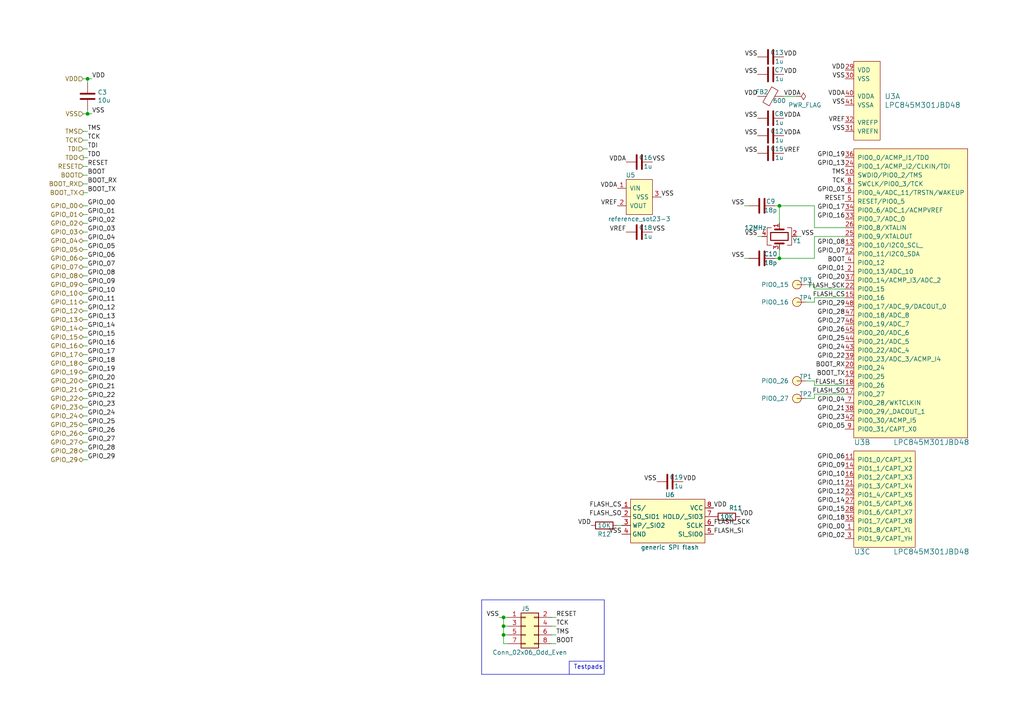
<source format=kicad_sch>
(kicad_sch (version 20230121) (generator eeschema)
  (paper "A4")
  (lib_symbols
    (symbol "Connector_Generic:Conn_02x04_Odd_Even" (pin_names (offset 1.016) hide)
      (property "Reference" "J" (at 1.27 5.08 0))
      (property "Value" "Conn_02x04_Odd_Even" (at 1.27 -7.62 0))
      (symbol "Conn_02x04_Odd_Even_1_1"
        (rectangle (start -1.27 -4.953) (end 0 -5.207) (stroke (width 0.1524)))
        (rectangle (start -1.27 -2.413) (end 0 -2.667) (stroke (width 0.1524)))
        (rectangle (start -1.27 0.127) (end 0 -0.127) (stroke (width 0.1524)))
        (rectangle (start -1.27 2.667) (end 0 2.413) (stroke (width 0.1524)))
        (rectangle (start -1.27 3.81) (end 3.81 -6.35) (stroke (width 0.254)) (fill (type background)))
        (rectangle (start 3.81 -4.953) (end 2.54 -5.207) (stroke (width 0.1524)))
        (rectangle (start 3.81 -2.413) (end 2.54 -2.667) (stroke (width 0.1524)))
        (rectangle (start 3.81 0.127) (end 2.54 -0.127) (stroke (width 0.1524)))
        (rectangle (start 3.81 2.667) (end 2.54 2.413) (stroke (width 0.1524)))
        (pin passive line (at -5.08 2.54 0) (length 3.81) (name "Pin_1") (number "1"))
        (pin passive line (at 7.62 2.54 180) (length 3.81) (name "Pin_2") (number "2"))
        (pin passive line (at -5.08 0 0) (length 3.81) (name "Pin_3") (number "3"))
        (pin passive line (at 7.62 0 180) (length 3.81) (name "Pin_4") (number "4"))
        (pin passive line (at -5.08 -2.54 0) (length 3.81) (name "Pin_5") (number "5"))
        (pin passive line (at 7.62 -2.54 180) (length 3.81) (name "Pin_6") (number "6"))
        (pin passive line (at -5.08 -5.08 0) (length 3.81) (name "Pin_7") (number "7"))
        (pin passive line (at 7.62 -5.08 180) (length 3.81) (name "Pin_8") (number "8"))
      )
    )
    (symbol "Device:C" (pin_numbers hide) (pin_names (offset 0.254))
      (property "Reference" "C" (at 0.635 2.54 0))
      (property "Value" "C" (at 0.635 -2.54 0))
      (symbol "C_0_1"
        (polyline (pts (xy -2.032 -0.762) (xy 2.032 -0.762)) (stroke (width 0.508)))
        (polyline (pts (xy -2.032 0.762) (xy 2.032 0.762)) (stroke (width 0.508)))
      )
      (symbol "C_1_1"
        (pin passive line (at 0 3.81 270) (length 2.794) (name "~") (number "1"))
        (pin passive line (at 0 -3.81 90) (length 2.794) (name "~") (number "2"))
      )
    )
    (symbol "Device:Crystal_GND24" (pin_names (offset 1.016) hide)
      (property "Reference" "Y" (at 3.175 5.08 0))
      (property "Value" "Crystal_GND24" (at 3.175 3.175 0))
      (symbol "Crystal_GND24_0_1"
        (rectangle (start -1.143 2.54) (end 1.143 -2.54) (stroke (width 0.3048)))
        (polyline (pts (xy -2.54 0) (xy -2.032 0)))
        (polyline (pts (xy -2.032 -1.27) (xy -2.032 1.27)) (stroke (width 0.508)))
        (polyline (pts (xy 0 -3.81) (xy 0 -3.556)))
        (polyline (pts (xy 0 3.556) (xy 0 3.81)))
        (polyline (pts (xy 2.032 -1.27) (xy 2.032 1.27)) (stroke (width 0.508)))
        (polyline (pts (xy 2.032 0) (xy 2.54 0)))
        (polyline (pts (xy -2.54 -2.286) (xy -2.54 -3.556) (xy 2.54 -3.556) (xy 2.54 -2.286)))
        (polyline (pts (xy -2.54 2.286) (xy -2.54 3.556) (xy 2.54 3.556) (xy 2.54 2.286)))
      )
      (symbol "Crystal_GND24_1_1"
        (pin passive line (at -3.81 0 0) (length 1.27) (name "1") (number "1"))
        (pin passive line (at 0 5.08 270) (length 1.27) (name "2") (number "2"))
        (pin passive line (at 3.81 0 180) (length 1.27) (name "3") (number "3"))
        (pin passive line (at 0 -5.08 90) (length 1.27) (name "4") (number "4"))
      )
    )
    (symbol "Device:FerriteBead" (pin_numbers hide) (pin_names (offset 0))
      (property "Reference" "FB" (at -3.81 0.635 90))
      (property "Value" "FerriteBead" (at 3.81 0 90))
      (symbol "FerriteBead_0_1"
        (polyline (pts (xy 0 -1.27) (xy 0 -1.2192)))
        (polyline (pts (xy 0 1.27) (xy 0 1.2954)))
        (polyline (pts (xy -2.7686 0.4064) (xy -1.7018 2.2606) (xy 2.7686 -0.3048) (xy 1.6764 -2.159) (xy -2.7686 0.4064)))
      )
      (symbol "FerriteBead_1_1"
        (pin passive line (at 0 3.81 270) (length 2.54) (name "~") (number "1"))
        (pin passive line (at 0 -3.81 90) (length 2.54) (name "~") (number "2"))
      )
    )
    (symbol "Device:R" (pin_numbers hide) (pin_names (offset 0))
      (property "Reference" "R" (at 2.032 0 90))
      (property "Value" "R" (at 0 0 90))
      (symbol "R_0_1"
        (rectangle (start -1.016 -2.54) (end 1.016 2.54) (stroke (width 0.254)))
      )
      (symbol "R_1_1"
        (pin passive line (at 0 3.81 270) (length 1.27) (name "~") (number "1"))
        (pin passive line (at 0 -3.81 90) (length 1.27) (name "~") (number "2"))
      )
    )
    (symbol "SquantorGenericAnalog:reference_sot23-3" (pin_names (offset 1.016))
      (property "Reference" "U" (at 0 6.35 0))
      (property "Value" "reference_sot23-3" (at 0 -6.35 0))
      (symbol "reference_sot23-3_0_1"
        (rectangle (start -3.81 5.08) (end 3.81 -5.08) (fill (type background)))
      )
      (symbol "reference_sot23-3_1_1"
        (pin power_in line (at -6.35 2.54 0) (length 2.54) (name "VIN") (number "1"))
        (pin power_out line (at -6.35 -2.54 0) (length 2.54) (name "VOUT") (number "2"))
        (pin power_in line (at 6.35 0 180) (length 2.54) (name "VSS") (number "3"))
      )
    )
    (symbol "SquantorGenericDigital:25X_8pin_QSPI_flash"
      (property "Reference" "U" (at 0 7.62 0))
      (property "Value" "25X_8pin_QSPI_flash" (at 0 -7.62 0))
      (symbol "25X_8pin_QSPI_flash_0_1"
        (rectangle (start -11.43 6.35) (end 10.16 -6.35) (fill (type background)))
      )
      (symbol "25X_8pin_QSPI_flash_1_1"
        (pin input line (at -13.97 3.81 0) (length 2.54) (name "CS/") (number "1"))
        (pin bidirectional line (at -13.97 1.27 0) (length 2.54) (name "SO_SIO1") (number "2"))
        (pin bidirectional line (at -13.97 -1.27 0) (length 2.54) (name "WP/_SIO2") (number "3"))
        (pin power_in line (at -13.97 -3.81 0) (length 2.54) (name "GND") (number "4"))
        (pin bidirectional line (at 12.7 -3.81 180) (length 2.54) (name "SI_SIO0") (number "5"))
        (pin input line (at 12.7 -1.27 180) (length 2.54) (name "SCLK") (number "6"))
        (pin bidirectional line (at 12.7 1.27 180) (length 2.54) (name "HOLD/_SIO3") (number "7"))
        (pin power_in line (at 12.7 3.81 180) (length 2.54) (name "VCC") (number "8"))
      )
    )
    (symbol "SquantorNxp:LPC845M301JBD48" (pin_names (offset 1.016))
      (property "Reference" "U" (at 0 43.18 0))
      (property "Value" "LPC845M301JBD48" (at 0 -43.18 0))
      (symbol "LPC845M301JBD48_1_1"
        (rectangle (start -3.81 11.43) (end 3.81 -11.43) (fill (type background)))
        (pin power_in line (at -6.35 8.89 0) (length 2.54) (name "VDD") (number "29"))
        (pin power_in line (at -6.35 6.35 0) (length 2.54) (name "VSS") (number "30"))
        (pin power_in line (at -6.35 -8.89 0) (length 2.54) (name "VREFN") (number "31"))
        (pin power_in line (at -6.35 -6.35 0) (length 2.54) (name "VREFP") (number "32"))
        (pin power_in line (at -6.35 1.27 0) (length 2.54) (name "VDDA") (number "40"))
        (pin power_in line (at -6.35 -1.27 0) (length 2.54) (name "VSSA") (number "41"))
      )
      (symbol "LPC845M301JBD48_2_1"
        (rectangle (start -15.24 41.91) (end 17.78 -41.91) (fill (type background)))
        (pin bidirectional line (at -17.78 34.29 0) (length 2.54) (name "SWDIO/PIO0_2/TMS") (number "10"))
        (pin bidirectional line (at -17.78 11.43 0) (length 2.54) (name "PIO0_11/I2C0_SDA") (number "12"))
        (pin bidirectional line (at -17.78 13.97 0) (length 2.54) (name "PIO0_10/I2C0_SCL_") (number "13"))
        (pin bidirectional line (at -17.78 -1.27 0) (length 2.54) (name "PIO0_16") (number "15"))
        (pin bidirectional line (at -17.78 -29.21 0) (length 2.54) (name "PIO0_27") (number "17"))
        (pin bidirectional line (at -17.78 -26.67 0) (length 2.54) (name "PIO0_26") (number "18"))
        (pin bidirectional line (at -17.78 -24.13 0) (length 2.54) (name "PIO0_25") (number "19"))
        (pin bidirectional line (at -17.78 6.35 0) (length 2.54) (name "PIO0_13/ADC_10") (number "2"))
        (pin bidirectional line (at -17.78 -21.59 0) (length 2.54) (name "PIO0_24") (number "20"))
        (pin bidirectional line (at -17.78 1.27 0) (length 2.54) (name "PIO0_15") (number "22"))
        (pin bidirectional line (at -17.78 36.83 0) (length 2.54) (name "PIO0_1/ACMP_I2/CLKIN/TDI") (number "24"))
        (pin bidirectional line (at -17.78 16.51 0) (length 2.54) (name "PIO0_9/XTALOUT") (number "25"))
        (pin bidirectional line (at -17.78 19.05 0) (length 2.54) (name "PIO0_8/XTALIN") (number "26"))
        (pin bidirectional line (at -17.78 21.59 0) (length 2.54) (name "PIO0_7/ADC_0") (number "33"))
        (pin bidirectional line (at -17.78 24.13 0) (length 2.54) (name "PIO0_6/ADC_1/ACMPVREF") (number "34"))
        (pin bidirectional line (at -17.78 39.37 0) (length 2.54) (name "PIO0_0/ACMP_I1/TDO") (number "36"))
        (pin bidirectional line (at -17.78 3.81 0) (length 2.54) (name "PIO0_14/ACMP_I3/ADC_2") (number "37"))
        (pin bidirectional line (at -17.78 -34.29 0) (length 2.54) (name "PIO0_29/_DACOUT_1") (number "38"))
        (pin bidirectional line (at -17.78 -19.05 0) (length 2.54) (name "PIO0_23/ADC_3/ACMP_I4") (number "39"))
        (pin bidirectional line (at -17.78 8.89 0) (length 2.54) (name "PIO0_12") (number "4"))
        (pin bidirectional line (at -17.78 -36.83 0) (length 2.54) (name "PIO0_30/ACMP_I5") (number "42"))
        (pin bidirectional line (at -17.78 -16.51 0) (length 2.54) (name "PIO0_22/ADC_4") (number "43"))
        (pin bidirectional line (at -17.78 -13.97 0) (length 2.54) (name "PIO0_21/ADC_5") (number "44"))
        (pin bidirectional line (at -17.78 -11.43 0) (length 2.54) (name "PIO0_20/ADC_6") (number "45"))
        (pin bidirectional line (at -17.78 -8.89 0) (length 2.54) (name "PIO0_19/ADC_7") (number "46"))
        (pin bidirectional line (at -17.78 -6.35 0) (length 2.54) (name "PIO0_18/ADC_8") (number "47"))
        (pin bidirectional line (at -17.78 -3.81 0) (length 2.54) (name "PIO0_17/ADC_9/DACOUT_0") (number "48"))
        (pin bidirectional line (at -17.78 26.67 0) (length 2.54) (name "RESET/PIO0_5") (number "5"))
        (pin bidirectional line (at -17.78 29.21 0) (length 2.54) (name "PIO0_4/ADC_11/TRSTN/WAKEUP") (number "6"))
        (pin bidirectional line (at -17.78 -31.75 0) (length 2.54) (name "PIO0_28/WKTCLKIN") (number "7"))
        (pin bidirectional line (at -17.78 31.75 0) (length 2.54) (name "SWCLK/PIO0_3/TCK") (number "8"))
        (pin bidirectional line (at -17.78 -39.37 0) (length 2.54) (name "PIO0_31/CAPT_X0") (number "9"))
      )
      (symbol "LPC845M301JBD48_3_1"
        (rectangle (start -8.89 13.97) (end 8.89 -13.97) (fill (type background)))
        (pin bidirectional line (at -11.43 -8.89 0) (length 2.54) (name "PIO1_8/CAPT_YL") (number "1"))
        (pin bidirectional line (at -11.43 11.43 0) (length 2.54) (name "PIO1_0/CAPT_X1") (number "11"))
        (pin bidirectional line (at -11.43 8.89 0) (length 2.54) (name "PIO1_1/CAPT_X2") (number "14"))
        (pin bidirectional line (at -11.43 6.35 0) (length 2.54) (name "PIO1_2/CAPT_X3") (number "16"))
        (pin bidirectional line (at -11.43 3.81 0) (length 2.54) (name "PIO1_3/CAPT_X4") (number "21"))
        (pin bidirectional line (at -11.43 1.27 0) (length 2.54) (name "PIO1_4/CAPT_X5") (number "23"))
        (pin bidirectional line (at -11.43 -1.27 0) (length 2.54) (name "PIO1_5/CAPT_X6") (number "27"))
        (pin bidirectional line (at -11.43 -3.81 0) (length 2.54) (name "PIO1_6/CAPT_X7") (number "28"))
        (pin bidirectional line (at -11.43 -11.43 0) (length 2.54) (name "PIO1_9/CAPT_YH") (number "3"))
        (pin bidirectional line (at -11.43 -6.35 0) (length 2.54) (name "PIO1_7/CAPT_X8") (number "35"))
      )
    )
    (symbol "SquantorProto:testpad" (pin_numbers hide) (pin_names (offset 1.016) hide)
      (property "Reference" "TP" (at 0 2.54 0))
      (property "Value" "testpad" (at 0 -2.54 0))
      (symbol "testpad_0_1"
        (circle (center 0 0) (radius 1.27) (fill (type background)))
      )
      (symbol "testpad_1_1"
        (pin passive line (at -2.54 0 0) (length 2.54) (name "1") (number "1"))
      )
    )
    (symbol "power:PWR_FLAG" (power) (pin_numbers hide) (pin_names (offset 0) hide)
      (property "Value" "PWR_FLAG" (at 0 3.81 0))
      (symbol "PWR_FLAG_0_0"
        (pin power_out line (at 0 0 90) (length 0) (name "pwr") (number "1"))
      )
      (symbol "PWR_FLAG_0_1"
        (polyline (pts (xy 0 0) (xy 0 1.27) (xy -1.016 1.905) (xy 0 2.54) (xy 1.016 1.905) (xy 0 1.27)))
      )
    )
  )
  (junction (at 146.05 179.07))
  (junction (at 226.06 59.69))
  (junction (at 146.05 181.61))
  (junction (at 226.06 74.93))
  (junction (at 146.05 184.15))
  (junction (at 25.4 33.02))
  (junction (at 25.4 22.86))
  (wire (pts (xy 25.4 80.01) (xy 24.13 80.01)))
  (wire (pts (xy 24.13 50.8) (xy 25.4 50.8)))
  (wire (pts (xy 25.4 110.49) (xy 24.13 110.49)))
  (wire (pts (xy 179.07 152.4) (xy 180.34 152.4)))
  (wire (pts (xy 146.05 179.07) (xy 147.32 179.07)))
  (wire (pts (xy 220.98 68.58) (xy 219.71 68.58)))
  (polyline (pts (xy 175.26 194.31) (xy 175.26 195.58)))
  (wire (pts (xy 226.06 74.93) (xy 236.22 74.93)))
  (wire (pts (xy 160.02 179.07) (xy 161.29 179.07)))
  (polyline (pts (xy 139.7 195.58) (xy 175.26 195.58)))
  (wire (pts (xy 25.4 33.02) (xy 25.4 31.75)))
  (wire (pts (xy 226.06 64.77) (xy 226.06 59.69)))
  (wire (pts (xy 25.4 62.23) (xy 24.13 62.23)))
  (wire (pts (xy 25.4 67.31) (xy 24.13 67.31)))
  (wire (pts (xy 215.9 74.93) (xy 217.17 74.93)))
  (wire (pts (xy 25.4 100.33) (xy 24.13 100.33)))
  (wire (pts (xy 236.22 114.3) (xy 236.22 115.57)))
  (wire (pts (xy 24.13 38.1) (xy 25.4 38.1)))
  (wire (pts (xy 25.4 118.11) (xy 24.13 118.11)))
  (wire (pts (xy 245.11 83.82) (xy 236.22 83.82)))
  (wire (pts (xy 24.13 33.02) (xy 25.4 33.02)))
  (wire (pts (xy 245.11 68.58) (xy 236.22 68.58)))
  (wire (pts (xy 25.4 77.47) (xy 24.13 77.47)))
  (wire (pts (xy 25.4 90.17) (xy 24.13 90.17)))
  (wire (pts (xy 146.05 184.15) (xy 146.05 186.69)))
  (wire (pts (xy 25.4 133.35) (xy 24.13 133.35)))
  (polyline (pts (xy 175.26 173.99) (xy 139.7 173.99)))
  (wire (pts (xy 26.67 22.86) (xy 25.4 22.86)))
  (wire (pts (xy 236.22 110.49) (xy 233.68 110.49)))
  (wire (pts (xy 25.4 64.77) (xy 24.13 64.77)))
  (polyline (pts (xy 139.7 173.99) (xy 139.7 195.58)))
  (wire (pts (xy 25.4 105.41) (xy 24.13 105.41)))
  (wire (pts (xy 160.02 186.69) (xy 161.29 186.69)))
  (wire (pts (xy 25.4 113.03) (xy 24.13 113.03)))
  (wire (pts (xy 236.22 115.57) (xy 233.68 115.57)))
  (wire (pts (xy 146.05 181.61) (xy 146.05 184.15)))
  (polyline (pts (xy 175.26 191.77) (xy 165.1 191.77)))
  (wire (pts (xy 236.22 82.55) (xy 233.68 82.55)))
  (wire (pts (xy 25.4 45.72) (xy 24.13 45.72)))
  (wire (pts (xy 25.4 22.86) (xy 25.4 24.13)))
  (wire (pts (xy 26.67 33.02) (xy 25.4 33.02)))
  (wire (pts (xy 160.02 184.15) (xy 161.29 184.15)))
  (wire (pts (xy 226.06 74.93) (xy 226.06 72.39)))
  (wire (pts (xy 25.4 125.73) (xy 24.13 125.73)))
  (wire (pts (xy 227.33 27.94) (xy 231.14 27.94)))
  (wire (pts (xy 25.4 87.63) (xy 24.13 87.63)))
  (wire (pts (xy 25.4 120.65) (xy 24.13 120.65)))
  (wire (pts (xy 25.4 92.71) (xy 24.13 92.71)))
  (polyline (pts (xy 175.26 194.31) (xy 175.26 173.99)))
  (wire (pts (xy 25.4 82.55) (xy 24.13 82.55)))
  (wire (pts (xy 236.22 87.63) (xy 233.68 87.63)))
  (wire (pts (xy 25.4 40.64) (xy 24.13 40.64)))
  (wire (pts (xy 24.13 55.88) (xy 25.4 55.88)))
  (wire (pts (xy 245.11 111.76) (xy 236.22 111.76)))
  (wire (pts (xy 25.4 95.25) (xy 24.13 95.25)))
  (wire (pts (xy 245.11 114.3) (xy 236.22 114.3)))
  (wire (pts (xy 236.22 86.36) (xy 236.22 87.63)))
  (wire (pts (xy 25.4 97.79) (xy 24.13 97.79)))
  (wire (pts (xy 236.22 83.82) (xy 236.22 82.55)))
  (wire (pts (xy 25.4 74.93) (xy 24.13 74.93)))
  (wire (pts (xy 144.78 179.07) (xy 146.05 179.07)))
  (wire (pts (xy 160.02 181.61) (xy 161.29 181.61)))
  (wire (pts (xy 25.4 115.57) (xy 24.13 115.57)))
  (wire (pts (xy 236.22 68.58) (xy 236.22 74.93)))
  (wire (pts (xy 25.4 128.27) (xy 24.13 128.27)))
  (wire (pts (xy 24.13 48.26) (xy 25.4 48.26)))
  (wire (pts (xy 25.4 85.09) (xy 24.13 85.09)))
  (wire (pts (xy 24.13 43.18) (xy 25.4 43.18)))
  (wire (pts (xy 25.4 123.19) (xy 24.13 123.19)))
  (wire (pts (xy 146.05 181.61) (xy 147.32 181.61)))
  (wire (pts (xy 146.05 184.15) (xy 147.32 184.15)))
  (wire (pts (xy 224.79 74.93) (xy 226.06 74.93)))
  (wire (pts (xy 25.4 72.39) (xy 24.13 72.39)))
  (wire (pts (xy 25.4 130.81) (xy 24.13 130.81)))
  (wire (pts (xy 226.06 59.69) (xy 236.22 59.69)))
  (wire (pts (xy 146.05 179.07) (xy 146.05 181.61)))
  (wire (pts (xy 232.41 68.58) (xy 231.14 68.58)))
  (wire (pts (xy 236.22 66.04) (xy 236.22 59.69)))
  (wire (pts (xy 25.4 102.87) (xy 24.13 102.87)))
  (wire (pts (xy 24.13 22.86) (xy 25.4 22.86)))
  (wire (pts (xy 25.4 59.69) (xy 24.13 59.69)))
  (wire (pts (xy 217.17 59.69) (xy 215.9 59.69)))
  (wire (pts (xy 245.11 66.04) (xy 236.22 66.04)))
  (wire (pts (xy 24.13 53.34) (xy 25.4 53.34)))
  (wire (pts (xy 226.06 59.69) (xy 224.79 59.69)))
  (wire (pts (xy 25.4 69.85) (xy 24.13 69.85)))
  (wire (pts (xy 236.22 111.76) (xy 236.22 110.49)))
  (polyline (pts (xy 165.1 191.77) (xy 165.1 195.58)))
  (wire (pts (xy 146.05 186.69) (xy 147.32 186.69)))
  (wire (pts (xy 245.11 86.36) (xy 236.22 86.36)))
  (wire (pts (xy 25.4 107.95) (xy 24.13 107.95)))
  (text "Testpads" (at 166.37 194.31 0) (effects (font (size 1.27 1.27)) (justify left bottom)))
  (label "GPIO_00" (at 25.4 59.69 0))
  (label "GPIO_10" (at 245.11 138.43 180))
  (label "VSS" (at 180.34 154.94 180))
  (label "GPIO_11" (at 245.11 140.97 180))
  (label "GPIO_26" (at 25.4 125.73 0))
  (label "VSS" (at 219.71 16.51 180))
  (label "FLASH_SI" (at 245.11 111.76 180))
  (label "FLASH_SO" (at 180.34 149.86 180))
  (label "FLASH_CS" (at 245.11 86.36 180))
  (label "GPIO_19" (at 245.11 45.72 180))
  (label "VDDA" (at 227.33 39.37 0))
  (label "VSS" (at 189.23 46.99 0))
  (label "VDDA" (at 179.07 54.61 180))
  (label "GPIO_01" (at 25.4 62.23 0))
  (label "GPIO_02" (at 245.11 156.21 180))
  (label "VDDA" (at 245.11 27.94 180))
  (label "VSS" (at 245.11 38.1 180))
  (label "BOOT" (at 25.4 50.8 0))
  (label "FLASH_SI" (at 207.01 154.94 0))
  (label "GPIO_24" (at 25.4 120.65 0))
  (label "VREF" (at 227.33 44.45 0))
  (label "GPIO_27" (at 25.4 128.27 0))
  (label "TMS" (at 245.11 50.8 180))
  (label "GPIO_05" (at 25.4 72.39 0))
  (label "VSS" (at 215.9 74.93 180))
  (label "GPIO_19" (at 25.4 107.95 0))
  (label "GPIO_02" (at 25.4 64.77 0))
  (label "GPIO_24" (at 245.11 101.6 180))
  (label "GPIO_22" (at 25.4 115.57 0))
  (label "VDDA" (at 227.33 27.94 0))
  (label "BOOT_RX" (at 245.11 106.68 180))
  (label "GPIO_21" (at 245.11 119.38 180))
  (label "VDD" (at 207.01 147.32 0))
  (label "GPIO_03" (at 25.4 67.31 0))
  (label "GPIO_04" (at 245.11 116.84 180))
  (label "GPIO_22" (at 245.11 104.14 180))
  (label "GPIO_06" (at 245.11 133.35 180))
  (label "GPIO_16" (at 245.11 63.5 180))
  (label "GPIO_12" (at 245.11 143.51 180))
  (label "GPIO_12" (at 25.4 90.17 0))
  (label "BOOT" (at 245.11 76.2 180))
  (label "GPIO_29" (at 25.4 133.35 0))
  (label "GPIO_18" (at 245.11 151.13 180))
  (label "VDD" (at 26.67 22.86 0))
  (label "VSS" (at 219.71 68.58 180))
  (label "VSS" (at 232.41 68.58 0))
  (label "VSS" (at 190.5 139.7 180))
  (label "VSS" (at 215.9 59.69 180))
  (label "GPIO_25" (at 245.11 99.06 180))
  (label "GPIO_29" (at 245.11 88.9 180))
  (label "BOOT" (at 161.29 186.69 0))
  (label "GPIO_08" (at 245.11 71.12 180))
  (label "TCK" (at 161.29 181.61 0))
  (label "VSS" (at 26.67 33.02 0))
  (label "GPIO_20" (at 245.11 81.28 180))
  (label "VSS" (at 189.23 67.31 0))
  (label "TCK" (at 245.11 53.34 180))
  (label "GPIO_17" (at 25.4 102.87 0))
  (label "VDD" (at 245.11 20.32 180))
  (label "VSS" (at 245.11 22.86 180))
  (label "VDDA" (at 227.33 34.29 0))
  (label "GPIO_21" (at 25.4 113.03 0))
  (label "GPIO_17" (at 245.11 60.96 180))
  (label "TMS" (at 161.29 184.15 0))
  (label "GPIO_10" (at 25.4 85.09 0))
  (label "FLASH_SCK" (at 245.11 83.82 180))
  (label "VSS" (at 219.71 34.29 180))
  (label "VSS" (at 144.78 179.07 180))
  (label "FLASH_CS" (at 180.34 147.32 180))
  (label "RESET" (at 25.4 48.26 0))
  (label "GPIO_23" (at 25.4 118.11 0))
  (label "BOOT_TX" (at 25.4 55.88 0))
  (label "GPIO_25" (at 25.4 123.19 0))
  (label "GPIO_28" (at 25.4 130.81 0))
  (label "GPIO_00" (at 245.11 153.67 180))
  (label "GPIO_18" (at 25.4 105.41 0))
  (label "GPIO_09" (at 25.4 82.55 0))
  (label "GPIO_26" (at 245.11 96.52 180))
  (label "GPIO_23" (at 245.11 121.92 180))
  (label "VDD" (at 171.45 152.4 180))
  (label "VDD" (at 214.63 149.86 0))
  (label "GPIO_14" (at 25.4 95.25 0))
  (label "GPIO_13" (at 25.4 92.71 0))
  (label "BOOT_RX" (at 25.4 53.34 0))
  (label "VSS" (at 219.71 39.37 180))
  (label "VREF" (at 245.11 35.56 180))
  (label "GPIO_15" (at 25.4 97.79 0))
  (label "GPIO_07" (at 245.11 73.66 180))
  (label "VDD" (at 227.33 16.51 0))
  (label "TCK" (at 25.4 40.64 0))
  (label "GPIO_15" (at 245.11 148.59 180))
  (label "VSS" (at 219.71 44.45 180))
  (label "VSS" (at 219.71 21.59 180))
  (label "GPIO_08" (at 25.4 80.01 0))
  (label "GPIO_05" (at 245.11 124.46 180))
  (label "VREF" (at 179.07 59.69 180))
  (label "RESET" (at 245.11 58.42 180))
  (label "VDDA" (at 181.61 46.99 180))
  (label "GPIO_01" (at 245.11 78.74 180))
  (label "FLASH_SO" (at 245.11 114.3 180))
  (label "VDD" (at 198.12 139.7 0))
  (label "VREF" (at 181.61 67.31 180))
  (label "GPIO_11" (at 25.4 87.63 0))
  (label "GPIO_03" (at 245.11 55.88 180))
  (label "VDD" (at 227.33 21.59 0))
  (label "VSS" (at 191.77 57.15 0))
  (label "TDO" (at 25.4 45.72 0))
  (label "VDD" (at 219.71 27.94 180))
  (label "FLASH_SCK" (at 207.01 152.4 0))
  (label "GPIO_04" (at 25.4 69.85 0))
  (label "GPIO_16" (at 25.4 100.33 0))
  (label "TMS" (at 25.4 38.1 0))
  (label "GPIO_06" (at 25.4 74.93 0))
  (label "GPIO_13" (at 245.11 48.26 180))
  (label "GPIO_09" (at 245.11 135.89 180))
  (label "GPIO_28" (at 245.11 91.44 180))
  (label "TDI" (at 25.4 43.18 0))
  (label "VSS" (at 245.11 30.48 180))
  (label "GPIO_14" (at 245.11 146.05 180))
  (label "BOOT_TX" (at 245.11 109.22 180))
  (label "GPIO_27" (at 245.11 93.98 180))
  (label "GPIO_20" (at 25.4 110.49 0))
  (label "GPIO_07" (at 25.4 77.47 0))
  (label "RESET" (at 161.29 179.07 0))
  (hierarchical_label "GPIO_16" (shape bidirectional) (at 24.13 100.33 180))
  (hierarchical_label "GPIO_17" (shape bidirectional) (at 24.13 102.87 180))
  (hierarchical_label "GPIO_20" (shape bidirectional) (at 24.13 110.49 180))
  (hierarchical_label "GPIO_18" (shape bidirectional) (at 24.13 105.41 180))
  (hierarchical_label "GPIO_02" (shape bidirectional) (at 24.13 64.77 180))
  (hierarchical_label "GPIO_01" (shape bidirectional) (at 24.13 62.23 180))
  (hierarchical_label "GPIO_12" (shape bidirectional) (at 24.13 90.17 180))
  (hierarchical_label "TCK" (shape input) (at 24.13 40.64 180))
  (hierarchical_label "GPIO_24" (shape bidirectional) (at 24.13 120.65 180))
  (hierarchical_label "TDO" (shape output) (at 24.13 45.72 180))
  (hierarchical_label "GPIO_10" (shape bidirectional) (at 24.13 85.09 180))
  (hierarchical_label "GPIO_05" (shape bidirectional) (at 24.13 72.39 180))
  (hierarchical_label "GPIO_00" (shape bidirectional) (at 24.13 59.69 180))
  (hierarchical_label "BOOT_TX" (shape output) (at 24.13 55.88 180))
  (hierarchical_label "RESET" (shape input) (at 24.13 48.26 180))
  (hierarchical_label "GPIO_23" (shape bidirectional) (at 24.13 118.11 180))
  (hierarchical_label "GPIO_09" (shape bidirectional) (at 24.13 82.55 180))
  (hierarchical_label "GPIO_13" (shape bidirectional) (at 24.13 92.71 180))
  (hierarchical_label "TMS" (shape input) (at 24.13 38.1 180))
  (hierarchical_label "GPIO_11" (shape bidirectional) (at 24.13 87.63 180))
  (hierarchical_label "TDI" (shape input) (at 24.13 43.18 180))
  (hierarchical_label "GPIO_04" (shape bidirectional) (at 24.13 69.85 180))
  (hierarchical_label "GPIO_15" (shape bidirectional) (at 24.13 97.79 180))
  (hierarchical_label "BOOT" (shape input) (at 24.13 50.8 180))
  (hierarchical_label "GPIO_14" (shape bidirectional) (at 24.13 95.25 180))
  (hierarchical_label "VDD" (shape input) (at 24.13 22.86 180))
  (hierarchical_label "GPIO_21" (shape bidirectional) (at 24.13 113.03 180))
  (hierarchical_label "BOOT_RX" (shape input) (at 24.13 53.34 180))
  (hierarchical_label "GPIO_28" (shape bidirectional) (at 24.13 130.81 180))
  (hierarchical_label "GPIO_07" (shape bidirectional) (at 24.13 77.47 180))
  (hierarchical_label "GPIO_08" (shape bidirectional) (at 24.13 80.01 180))
  (hierarchical_label "GPIO_25" (shape bidirectional) (at 24.13 123.19 180))
  (hierarchical_label "GPIO_03" (shape bidirectional) (at 24.13 67.31 180))
  (hierarchical_label "GPIO_22" (shape bidirectional) (at 24.13 115.57 180))
  (hierarchical_label "VSS" (shape input) (at 24.13 33.02 180))
  (hierarchical_label "GPIO_29" (shape bidirectional) (at 24.13 133.35 180))
  (hierarchical_label "GPIO_26" (shape bidirectional) (at 24.13 125.73 180))
  (hierarchical_label "GPIO_19" (shape bidirectional) (at 24.13 107.95 180))
  (hierarchical_label "GPIO_06" (shape bidirectional) (at 24.13 74.93 180))
  (hierarchical_label "GPIO_27" (shape bidirectional) (at 24.13 128.27 180))
  (symbol (lib_id "Device:C") (at 25.4 27.94 0) (unit 1)
    (property "Reference" "C3" (at 28.321 26.7716 0) (effects (justify left)))
    (property "Value" "10u" (at 28.321 29.083 0) (effects (justify left)))
    (property "Footprint" "SquantorCapacitor:C_0603" (effects hide))
  )
  (symbol (lib_id "SquantorProto:testpad") (at 231.14 82.55 180) (unit 1)
    (property "Reference" "TP3" (at 233.68 81.28 0))
    (property "Value" "PIO0_15" (at 224.79 82.55 0))
    (property "Footprint" "SquantorTestPoints:TestPoint_hole_H05R10" (effects hide))
  )
  (symbol (lib_id "Connector_Generic:Conn_02x04_Odd_Even") (at 152.4 181.61 0) (unit 1)
    (property "Reference" "J5" (at 152.4 176.53 0))
    (property "Value" "Conn_02x06_Odd_Even" (at 153.67 189.23 0))
    (property "Footprint" "SquantorConnectors:Header-0127-2X04-H006" (effects hide))
  )
  (symbol (lib_id "Device:FerriteBead") (at 223.52 27.94 90) (unit 1)
    (property "Reference" "FB2" (at 220.98 26.67 90))
    (property "Value" "600" (at 226.06 29.21 90))
    (property "Footprint" "SquantorInductor:L_0603" (effects hide))
  )
  (symbol (lib_id "power:PWR_FLAG") (at 231.14 27.94 270) (unit 1)
    (property "Reference" "#FLG02" (effects hide))
    (property "Value" "PWR_FLAG" (at 228.6 30.48 90) (effects (justify left)))
  )
  (symbol (lib_id "SquantorGenericDigital:25X_8pin_QSPI_flash") (at 194.31 151.13 0) (unit 1)
    (property "Reference" "U6" (at 194.31 143.51 0))
    (property "Value" "generic SPI flash" (at 194.31 158.75 0))
    (property "Footprint" "SquantorIC:SOIC-8_dual_wide" (effects hide))
  )
  (symbol (lib_id "Device:C") (at 220.98 59.69 270) (unit 1)
    (property "Reference" "C9" (at 223.52 58.42 90))
    (property "Value" "18p" (at 223.52 60.96 90))
    (property "Footprint" "SquantorCapacitor:C_0603" (effects hide))
  )
  (symbol (lib_id "SquantorNxp:LPC845M301JBD48") (at 262.89 85.09 0) (unit 2)
    (property "Reference" "U3" (at 247.65 128.27 0) (effects (font (size 1.524 1.524)) (justify left)))
    (property "Value" "LPC845M301JBD48" (at 259.08 128.27 0) (effects (font (size 1.524 1.524)) (justify left)))
    (property "Footprint" "SquantorIC:SOT313-2-NXP" (effects hide))
  )
  (symbol (lib_id "Device:R") (at 210.82 149.86 270) (mirror x) (unit 1)
    (property "Reference" "R11" (at 213.36 147.32 90))
    (property "Value" "10K" (at 210.82 149.86 90))
    (property "Footprint" "SquantorResistor:R_0603_hand" (effects hide))
  )
  (symbol (lib_id "Device:Crystal_GND24") (at 226.06 68.58 270) (unit 1)
    (property "Reference" "Y1" (at 229.87 69.85 90) (effects (justify left)))
    (property "Value" "12MHz" (at 215.9 66.04 90) (effects (justify left)))
    (property "Footprint" "SquantorCrystal:Crystal_3225_4_hand" (effects hide))
  )
  (symbol (lib_id "Device:C") (at 223.52 21.59 90) (unit 1)
    (property "Reference" "C7" (at 227.33 20.32 90) (effects (justify left)))
    (property "Value" "1u" (at 227.33 22.86 90) (effects (justify left)))
    (property "Footprint" "SquantorCapacitor:C_0603" (effects hide))
  )
  (symbol (lib_id "Device:C") (at 185.42 67.31 90) (unit 1)
    (property "Reference" "C18" (at 189.23 66.04 90) (effects (justify left)))
    (property "Value" "1u" (at 189.23 68.58 90) (effects (justify left)))
    (property "Footprint" "SquantorCapacitor:C_0603" (effects hide))
  )
  (symbol (lib_id "Device:C") (at 223.52 34.29 90) (unit 1)
    (property "Reference" "C8" (at 227.33 33.02 90) (effects (justify left)))
    (property "Value" "1u" (at 227.33 35.56 90) (effects (justify left)))
    (property "Footprint" "SquantorCapacitor:C_0603" (effects hide))
  )
  (symbol (lib_id "SquantorNxp:LPC845M301JBD48") (at 251.46 29.21 0) (unit 1)
    (property "Reference" "U3" (at 256.54 27.94 0) (effects (font (size 1.524 1.524)) (justify left)))
    (property "Value" "LPC845M301JBD48" (at 256.54 30.48 0) (effects (font (size 1.524 1.524)) (justify left)))
    (property "Footprint" "SquantorIC:SOT313-2-NXP" (effects hide))
  )
  (symbol (lib_id "SquantorGenericAnalog:reference_sot23-3") (at 185.42 57.15 0) (unit 1)
    (property "Reference" "U5" (at 182.88 50.8 0))
    (property "Value" "reference_sot23-3" (at 185.42 63.5 0))
    (property "Footprint" "SquantorIC:SOT23-3" (effects hide))
  )
  (symbol (lib_id "Device:C") (at 223.52 39.37 90) (unit 1)
    (property "Reference" "C12" (at 227.33 38.1 90) (effects (justify left)))
    (property "Value" "1u" (at 227.33 40.64 90) (effects (justify left)))
    (property "Footprint" "SquantorCapacitor:C_0402" (effects hide))
  )
  (symbol (lib_id "SquantorProto:testpad") (at 231.14 115.57 180) (unit 1)
    (property "Reference" "TP2" (at 233.68 114.3 0))
    (property "Value" "PIO0_27" (at 224.79 115.57 0))
    (property "Footprint" "SquantorTestPoints:TestPoint_hole_H05R10" (effects hide))
  )
  (symbol (lib_id "Device:R") (at 175.26 152.4 90) (unit 1)
    (property "Reference" "R12" (at 175.26 154.94 90))
    (property "Value" "10K" (at 175.26 152.4 90))
    (property "Footprint" "SquantorResistor:R_0603_hand" (effects hide))
  )
  (symbol (lib_id "SquantorProto:testpad") (at 231.14 87.63 180) (unit 1)
    (property "Reference" "TP4" (at 233.68 86.36 0))
    (property "Value" "PIO0_16" (at 224.79 87.63 0))
    (property "Footprint" "SquantorTestPoints:TestPoint_hole_H05R10" (effects hide))
  )
  (symbol (lib_id "Device:C") (at 220.98 74.93 270) (unit 1)
    (property "Reference" "C10" (at 223.52 73.66 90))
    (property "Value" "18p" (at 223.52 76.2 90))
    (property "Footprint" "SquantorCapacitor:C_0603" (effects hide))
  )
  (symbol (lib_id "Device:C") (at 194.31 139.7 90) (unit 1)
    (property "Reference" "C19" (at 198.12 138.43 90) (effects (justify left)))
    (property "Value" "1u" (at 198.12 140.97 90) (effects (justify left)))
    (property "Footprint" "SquantorCapacitor:C_0603" (effects hide))
  )
  (symbol (lib_id "Device:C") (at 223.52 44.45 90) (unit 1)
    (property "Reference" "C15" (at 227.33 43.18 90) (effects (justify left)))
    (property "Value" "1u" (at 227.33 45.72 90) (effects (justify left)))
    (property "Footprint" "SquantorCapacitor:C_0402" (effects hide))
  )
  (symbol (lib_id "Device:C") (at 223.52 16.51 90) (unit 1)
    (property "Reference" "C13" (at 227.33 15.24 90) (effects (justify left)))
    (property "Value" "1u" (at 227.33 17.78 90) (effects (justify left)))
    (property "Footprint" "SquantorCapacitor:C_0402" (effects hide))
  )
  (symbol (lib_id "SquantorNxp:LPC845M301JBD48") (at 256.54 144.78 0) (unit 3)
    (property "Reference" "U3" (at 247.65 160.02 0) (effects (font (size 1.524 1.524)) (justify left)))
    (property "Value" "LPC845M301JBD48" (at 259.08 160.02 0) (effects (font (size 1.524 1.524)) (justify left)))
    (property "Footprint" "SquantorIC:SOT313-2-NXP" (effects hide))
  )
  (symbol (lib_id "SquantorProto:testpad") (at 231.14 110.49 180) (unit 1)
    (property "Reference" "TP1" (at 233.68 109.22 0))
    (property "Value" "PIO0_26" (at 224.79 110.49 0))
    (property "Footprint" "SquantorTestPoints:TestPoint_hole_H05R10" (effects hide))
  )
  (symbol (lib_id "Device:C") (at 185.42 46.99 90) (unit 1)
    (property "Reference" "C16" (at 189.23 45.72 90) (effects (justify left)))
    (property "Value" "1u" (at 189.23 48.26 90) (effects (justify left)))
    (property "Footprint" "SquantorCapacitor:C_0603" (effects hide))
  )
)
</source>
